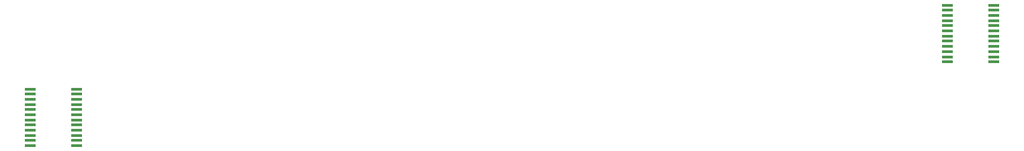
<source format=gbr>
%TF.GenerationSoftware,KiCad,Pcbnew,7.0.2-0*%
%TF.CreationDate,2023-04-24T01:17:18+03:00*%
%TF.ProjectId,PLC-CIM,504c432d-4349-44d2-9e6b-696361645f70,rev?*%
%TF.SameCoordinates,Original*%
%TF.FileFunction,Paste,Bot*%
%TF.FilePolarity,Positive*%
%FSLAX46Y46*%
G04 Gerber Fmt 4.6, Leading zero omitted, Abs format (unit mm)*
G04 Created by KiCad (PCBNEW 7.0.2-0) date 2023-04-24 01:17:18*
%MOMM*%
%LPD*%
G01*
G04 APERTURE LIST*
%ADD10R,1.475000X0.450000*%
G04 APERTURE END LIST*
D10*
%TO.C,IC46*%
X209550000Y-98783000D03*
X209550000Y-99433000D03*
X209550000Y-100083000D03*
X209550000Y-100733000D03*
X209550000Y-101383000D03*
X209550000Y-102033000D03*
X209550000Y-102683000D03*
X209550000Y-103333000D03*
X209550000Y-103983000D03*
X209550000Y-104633000D03*
X209550000Y-105283000D03*
X209550000Y-105933000D03*
X203674000Y-105933000D03*
X203674000Y-105283000D03*
X203674000Y-104633000D03*
X203674000Y-103983000D03*
X203674000Y-103333000D03*
X203674000Y-102683000D03*
X203674000Y-102033000D03*
X203674000Y-101383000D03*
X203674000Y-100733000D03*
X203674000Y-100083000D03*
X203674000Y-99433000D03*
X203674000Y-98783000D03*
%TD*%
%TO.C,IC44*%
X88138000Y-116497000D03*
X88138000Y-115847000D03*
X88138000Y-115197000D03*
X88138000Y-114547000D03*
X88138000Y-113897000D03*
X88138000Y-113247000D03*
X88138000Y-112597000D03*
X88138000Y-111947000D03*
X88138000Y-111297000D03*
X88138000Y-110647000D03*
X88138000Y-109997000D03*
X88138000Y-109347000D03*
X94014000Y-109347000D03*
X94014000Y-109997000D03*
X94014000Y-110647000D03*
X94014000Y-111297000D03*
X94014000Y-111947000D03*
X94014000Y-112597000D03*
X94014000Y-113247000D03*
X94014000Y-113897000D03*
X94014000Y-114547000D03*
X94014000Y-115197000D03*
X94014000Y-115847000D03*
X94014000Y-116497000D03*
%TD*%
M02*

</source>
